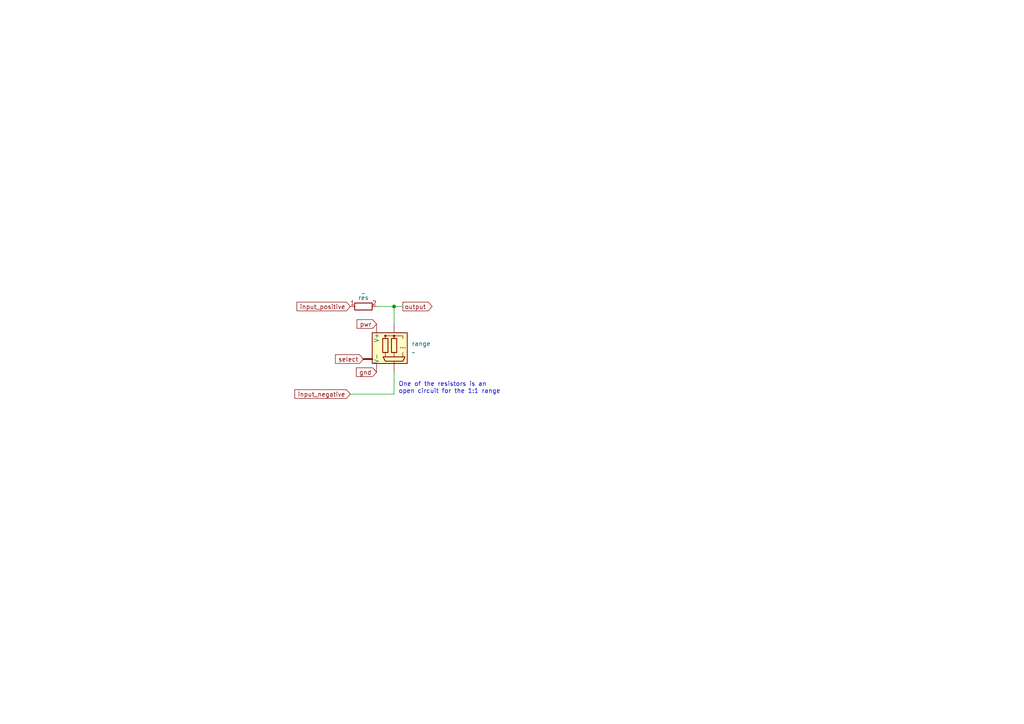
<source format=kicad_sch>
(kicad_sch (version 20211123) (generator eeschema)
  (paper "A4")
  (lib_symbols
    (symbol "Device:R" (pin_names (offset 0))
      (property "Reference" "R" (at 2.032 0 90))
      (property "Value" "R" (at 0 0 90))
      (symbol "R_0_1"
        (rectangle (start -1.016 -2.54) (end 1.016 2.54) (stroke (width 0.254)))
      )
      (symbol "R_1_1"
        (pin passive line (at 0 3.81 270) (length 1.27) (name "~") (number "1"))
        (pin passive line (at 0 -3.81 90) (length 1.27) (name "~") (number "2"))
      )
    )
    (symbol "edg_importable:ResistorMux" (pin_numbers hide) (pin_names (offset 0.002))
      (property "Reference" "U" (at -6.35 0 90))
      (property "Value" "ResistorMux" (at 6.35 0 90))
      (symbol "ResistorMux_0_0"
        (text "..." (at 3.81 0 0) (effects (font (size 1.27 1.27))))
      )
      (symbol "ResistorMux_0_1"
        (rectangle (start -5.08 3.81) (end 5.08 -5.08) (stroke (width 0.254)) (fill (type background)))
        (rectangle (start -2.032 2.159) (end -0.508 -1.905) (stroke (width 0.254)))
        (circle (center -1.27 2.921) (radius 0.254) (fill (type outline)))
        (polyline (pts (xy -5.08 -3.81) (xy -7.62 -3.81)) (stroke (width 0.5)))
        (polyline (pts (xy -1.27 -1.905) (xy -1.27 -3.175)))
        (polyline (pts (xy 1.27 -5.08) (xy 1.27 -4.445)))
        (polyline (pts (xy 1.27 -1.905) (xy 1.27 -3.175)))
        (polyline (pts (xy 3.81 -1.905) (xy 3.81 -3.175)))
        (polyline (pts (xy -1.27 2.159) (xy -1.27 2.921) (xy 1.27 2.921) (xy 1.27 2.159)))
        (polyline (pts (xy 1.27 2.159) (xy 1.27 2.921) (xy 3.81 2.921) (xy 3.81 2.159)))
        (polyline (pts (xy -1.27 -4.445) (xy 3.81 -4.445) (xy 4.445 -3.175) (xy -1.905 -3.175) (xy -1.27 -4.445)) (stroke (width 0.254)))
        (rectangle (start 0.508 2.159) (end 2.032 -1.905) (stroke (width 0.254)))
        (circle (center 1.27 2.921) (radius 0.254) (fill (type outline)))
      )
      (symbol "ResistorMux_1_1"
        (pin passive line (at -3.81 6.35 270) (length 2.54) (name "V+") (number ""))
        (pin passive line (at -3.81 -7.62 90) (length 2.54) (name "V-") (number ""))
        (pin passive line (at 1.27 6.35 270) (length 2.54) (name "") (number "com"))
        (pin passive line (at -7.62 -3.81 0) (length 2.54) (name "") (number "control"))
        (pin passive line (at 1.27 -7.62 90) (length 2.54) (name "") (number "sw"))
      )
    )
  )
  (junction (at 114.3 88.9))
  (wire (pts (xy 114.3 88.9) (xy 114.3 93.98)))
  (wire (pts (xy 109.22 88.9) (xy 114.3 88.9)))
  (wire (pts (xy 114.3 88.9) (xy 116.84 88.9)))
  (wire (pts (xy 101.6 114.3) (xy 114.3 114.3)))
  (wire (pts (xy 114.3 107.95) (xy 114.3 114.3)))
  (text "One of the resistors is an\nopen circuit for the 1:1 range" (at 115.57 114.3 0) (effects (font (size 1.27 1.27)) (justify left bottom)))
  (global_label "gnd" (shape input) (at 109.22 107.95 180) (property "Intersheet References" "${INTERSHEET_REFS}" (effects hide)))
  (global_label "select" (shape input) (at 105.41 104.14 180) (property "Intersheet References" "${INTERSHEET_REFS}" (effects hide)))
  (global_label "pwr" (shape input) (at 109.22 93.98 180) (property "Intersheet References" "${INTERSHEET_REFS}" (effects hide)))
  (global_label "output" (shape output) (at 116.84 88.9 0) (property "Intersheet References" "${INTERSHEET_REFS}" (effects hide)))
  (global_label "input_positive" (shape input) (at 101.6 88.9 180) (property "Intersheet References" "${INTERSHEET_REFS}" (effects hide)))
  (global_label "input_negative" (shape input) (at 101.6 114.3 180) (property "Intersheet References" "${INTERSHEET_REFS}" (effects hide)))
  (symbol (lib_id "edg_importable:ResistorMux") (at 113.03 100.33 0) (unit 1)
    (property "Reference" "range" (at 119.38 99.6949 0) (effects (justify left)))
    (property "Value" "~" (at 119.38 102.2349 0) (effects (justify left)))
  )
  (symbol (lib_id "Device:R") (at 105.41 88.9 90) (unit 1)
    (property "Reference" "res" (at 105.41 86.36 90))
    (property "Value" "~" (at 105.41 85.09 90))
  )
)
</source>
